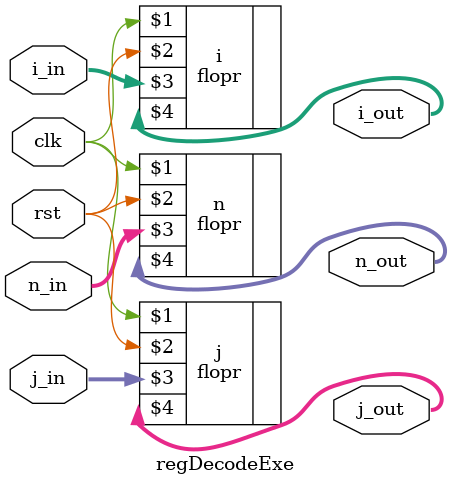
<source format=sv>
module regDecodeExe(clk, rst, i_in, j_in, n_in,
							i_out, j_out, n_out);

	input logic clk, rst;
	input logic [31:0] i_in, j_in, n_in;
	
	output logic [31:0] i_out, j_out, n_out;
	
	// data
	flopr i(clk, rst, i_in, i_out);
	flopr j(clk, rst, j_in, j_out);
	flopr n(clk, rst, n_in, n_out);
						
endmodule 
</source>
